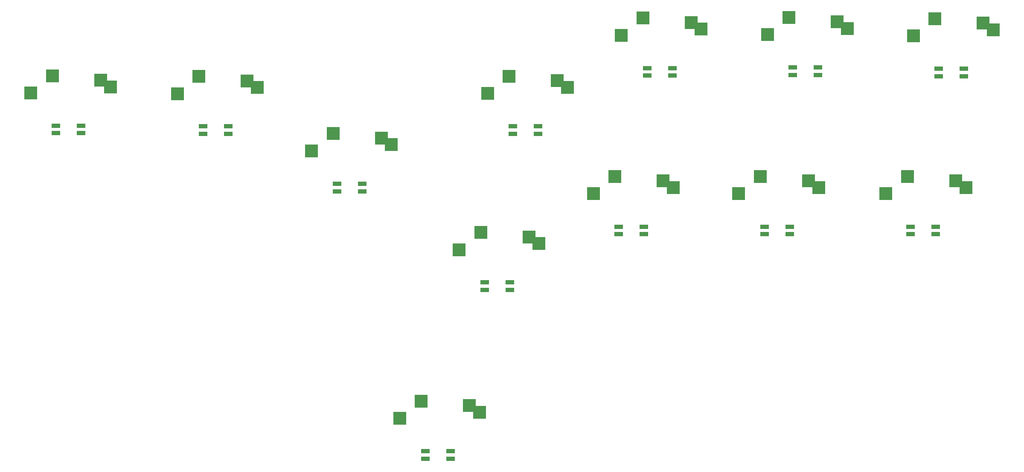
<source format=gbp>
%TF.GenerationSoftware,KiCad,Pcbnew,(6.0.0)*%
%TF.CreationDate,2022-11-06T23:16:27-06:00*%
%TF.ProjectId,Flatbox-rev4,466c6174-626f-4782-9d72-6576342e6b69,rev?*%
%TF.SameCoordinates,Original*%
%TF.FileFunction,Paste,Bot*%
%TF.FilePolarity,Positive*%
%FSLAX46Y46*%
G04 Gerber Fmt 4.6, Leading zero omitted, Abs format (unit mm)*
G04 Created by KiCad (PCBNEW (6.0.0)) date 2022-11-06 23:16:27*
%MOMM*%
%LPD*%
G01*
G04 APERTURE LIST*
%ADD10R,2.600000X2.600000*%
%ADD11R,2.550000X2.500000*%
%ADD12R,1.800000X0.820000*%
G04 APERTURE END LIST*
D10*
X95595000Y-61420000D03*
D11*
X93610000Y-60090000D03*
D10*
X84045000Y-59220000D03*
D11*
X79760000Y-62630000D03*
D10*
X122195000Y-72770000D03*
D11*
X120210000Y-71440000D03*
X106360000Y-73980000D03*
D10*
X110645000Y-70570000D03*
D11*
X137710000Y-124540000D03*
D10*
X139695000Y-125870000D03*
X128145000Y-123670000D03*
D11*
X123860000Y-127080000D03*
D10*
X157135000Y-61360000D03*
D11*
X155150000Y-60030000D03*
D10*
X145585000Y-59160000D03*
D11*
X141300000Y-62570000D03*
D10*
X183695000Y-49830000D03*
D11*
X181710000Y-48500000D03*
X167860000Y-51040000D03*
D10*
X172145000Y-47630000D03*
D11*
X210680000Y-48380000D03*
D10*
X212665000Y-49710000D03*
D11*
X196830000Y-50920000D03*
D10*
X201115000Y-47510000D03*
X241635000Y-49950000D03*
D11*
X239650000Y-48620000D03*
D10*
X230085000Y-47750000D03*
D11*
X225800000Y-51160000D03*
X149540000Y-91070000D03*
D10*
X151525000Y-92400000D03*
X139975000Y-90200000D03*
D11*
X135690000Y-93610000D03*
X176150000Y-79960000D03*
D10*
X178135000Y-81290000D03*
D11*
X162300000Y-82500000D03*
D10*
X166585000Y-79090000D03*
X206985000Y-81290000D03*
D11*
X205000000Y-79960000D03*
X191150000Y-82500000D03*
D10*
X195435000Y-79090000D03*
X236195000Y-81290000D03*
D11*
X234210000Y-79960000D03*
D10*
X224645000Y-79090000D03*
D11*
X220360000Y-82500000D03*
D10*
X66500000Y-61300000D03*
D11*
X64515000Y-59970000D03*
D10*
X54950000Y-59100000D03*
D11*
X50665000Y-62510000D03*
D12*
X128945000Y-133616000D03*
X128945000Y-135116000D03*
X133945000Y-135116000D03*
X133945000Y-133616000D03*
X140756000Y-100088000D03*
X140756000Y-101588000D03*
X145756000Y-101588000D03*
X145756000Y-100088000D03*
X225211000Y-89039000D03*
X225211000Y-90539000D03*
X230211000Y-90539000D03*
X230211000Y-89039000D03*
X167299000Y-89039000D03*
X167299000Y-90539000D03*
X172299000Y-90539000D03*
X172299000Y-89039000D03*
X196255000Y-89039000D03*
X196255000Y-90539000D03*
X201255000Y-90539000D03*
X201255000Y-89039000D03*
X235799000Y-59170000D03*
X235799000Y-57670000D03*
X230799000Y-57670000D03*
X230799000Y-59170000D03*
X178014000Y-59043000D03*
X178014000Y-57543000D03*
X173014000Y-57543000D03*
X173014000Y-59043000D03*
X206843000Y-58916000D03*
X206843000Y-57416000D03*
X201843000Y-57416000D03*
X201843000Y-58916000D03*
X89876000Y-70600000D03*
X89876000Y-69100000D03*
X84876000Y-69100000D03*
X84876000Y-70600000D03*
X151344000Y-70600000D03*
X151344000Y-69100000D03*
X146344000Y-69100000D03*
X146344000Y-70600000D03*
X60666000Y-70473000D03*
X60666000Y-68973000D03*
X55666000Y-68973000D03*
X55666000Y-70473000D03*
X116419000Y-82030000D03*
X116419000Y-80530000D03*
X111419000Y-80530000D03*
X111419000Y-82030000D03*
M02*

</source>
